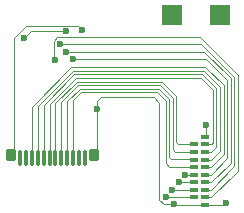
<source format=gbr>
%TF.GenerationSoftware,KiCad,Pcbnew,9.0.1*%
%TF.CreationDate,2025-07-04T13:50:07+02:00*%
%TF.ProjectId,USB_18pinOmnetics_bend,5553425f-3138-4706-996e-4f6d6e657469,rev?*%
%TF.SameCoordinates,Original*%
%TF.FileFunction,Copper,L1,Top*%
%TF.FilePolarity,Positive*%
%FSLAX46Y46*%
G04 Gerber Fmt 4.6, Leading zero omitted, Abs format (unit mm)*
G04 Created by KiCad (PCBNEW 9.0.1) date 2025-07-04 13:50:07*
%MOMM*%
%LPD*%
G01*
G04 APERTURE LIST*
G04 Aperture macros list*
%AMRoundRect*
0 Rectangle with rounded corners*
0 $1 Rounding radius*
0 $2 $3 $4 $5 $6 $7 $8 $9 X,Y pos of 4 corners*
0 Add a 4 corners polygon primitive as box body*
4,1,4,$2,$3,$4,$5,$6,$7,$8,$9,$2,$3,0*
0 Add four circle primitives for the rounded corners*
1,1,$1+$1,$2,$3*
1,1,$1+$1,$4,$5*
1,1,$1+$1,$6,$7*
1,1,$1+$1,$8,$9*
0 Add four rect primitives between the rounded corners*
20,1,$1+$1,$2,$3,$4,$5,0*
20,1,$1+$1,$4,$5,$6,$7,0*
20,1,$1+$1,$6,$7,$8,$9,0*
20,1,$1+$1,$8,$9,$2,$3,0*%
G04 Aperture macros list end*
%TA.AperFunction,SMDPad,CuDef*%
%ADD10R,0.760000X0.380000*%
%TD*%
%TA.AperFunction,SMDPad,CuDef*%
%ADD11RoundRect,0.050000X-0.115000X-0.625000X0.115000X-0.625000X0.115000X0.625000X-0.115000X0.625000X0*%
%TD*%
%TA.AperFunction,SMDPad,CuDef*%
%ADD12RoundRect,0.120000X0.280000X0.415000X-0.280000X0.415000X-0.280000X-0.415000X0.280000X-0.415000X0*%
%TD*%
%TA.AperFunction,SMDPad,CuDef*%
%ADD13RoundRect,0.120000X-0.280000X-0.415000X0.280000X-0.415000X0.280000X0.415000X-0.280000X0.415000X0*%
%TD*%
%TA.AperFunction,ComponentPad*%
%ADD14R,1.700000X1.700000*%
%TD*%
%TA.AperFunction,ViaPad*%
%ADD15C,0.600000*%
%TD*%
%TA.AperFunction,Conductor*%
%ADD16C,0.100000*%
%TD*%
G04 APERTURE END LIST*
D10*
%TO.P,J1,0,0*%
%TO.N,Net-(J1-Pad0)*%
X148000000Y-104040000D03*
%TO.P,J1,1,1*%
%TO.N,Net-(J1-Pad1)*%
X148000000Y-103400000D03*
%TO.P,J1,2,2*%
%TO.N,Net-(J1-Pad2)*%
X148000000Y-102760000D03*
%TO.P,J1,3,3*%
%TO.N,Net-(J1-Pad3)*%
X148000000Y-102120000D03*
%TO.P,J1,4,4*%
%TO.N,Net-(J1-Pad4)*%
X147060000Y-102120000D03*
%TO.P,J1,5,5*%
%TO.N,Net-(J1-Pad5)*%
X147060000Y-102760000D03*
%TO.P,J1,6,6*%
%TO.N,Net-(J1-Pad6)*%
X147060000Y-103400000D03*
%TO.P,J1,7,7*%
%TO.N,Net-(J1-Pad7)*%
X147060000Y-104040000D03*
%TO.P,J1,8,8*%
%TO.N,Net-(J1-Pad8)*%
X147060000Y-104680000D03*
%TO.P,J1,9,9*%
%TO.N,Net-(J1-Pad9)*%
X147060000Y-105320000D03*
%TO.P,J1,10,10*%
%TO.N,Net-(J1-Pad10)*%
X147060000Y-105960000D03*
%TO.P,J1,11,11*%
%TO.N,Net-(J1-Pad11)*%
X147060000Y-106600000D03*
%TO.P,J1,12,12*%
%TO.N,Net-(J1-Pad12)*%
X148000000Y-106600000D03*
%TO.P,J1,13,13*%
%TO.N,Net-(J1-Pad13)*%
X148000000Y-105960000D03*
%TO.P,J1,14,14*%
%TO.N,Net-(J1-Pad14)*%
X148000000Y-105320000D03*
%TO.P,J1,15,15*%
%TO.N,Net-(J1-Pad15)*%
X148000000Y-104680000D03*
%TO.P,J1,16,16*%
%TO.N,GND*%
X148000000Y-107240000D03*
%TO.P,J1,17,17*%
X148000000Y-101480000D03*
%TD*%
D11*
%TO.P,U1,0,0*%
%TO.N,unconnected-(U1-Pad0)*%
X132300000Y-103300000D03*
%TO.P,U1,1,1*%
%TO.N,unconnected-(U1-Pad1)*%
X132800000Y-103300000D03*
%TO.P,U1,2,2*%
%TO.N,Net-(J1-Pad0)*%
X133300000Y-103300000D03*
%TO.P,U1,3,3*%
%TO.N,Net-(J1-Pad1)*%
X133800000Y-103300000D03*
%TO.P,U1,4,4*%
%TO.N,Net-(J1-Pad2)*%
X134300000Y-103300000D03*
%TO.P,U1,5,5*%
%TO.N,Net-(J1-Pad3)*%
X134800000Y-103300000D03*
%TO.P,U1,6,6*%
%TO.N,Net-(J1-Pad4)*%
X135300000Y-103300000D03*
%TO.P,U1,7,7*%
%TO.N,Net-(J1-Pad5)*%
X135800000Y-103300000D03*
%TO.P,U1,8,8*%
%TO.N,Net-(J1-Pad6)*%
X136300000Y-103300000D03*
%TO.P,U1,9,9*%
%TO.N,Net-(J1-Pad7)*%
X136800000Y-103300000D03*
%TO.P,U1,10,10*%
%TO.N,unconnected-(U1-Pad10)*%
X137300000Y-103300000D03*
%TO.P,U1,11,11*%
%TO.N,unconnected-(U1-Pad11)*%
X137800000Y-103300000D03*
D12*
%TO.P,U1,24,24*%
%TO.N,GND*%
X131500000Y-102990000D03*
D13*
%TO.P,U1,25,25*%
X138600000Y-102990000D03*
%TD*%
D14*
%TO.P,J4,1,Pin_1*%
%TO.N,GND*%
X145200000Y-91200000D03*
%TD*%
%TO.P,J3,1,Pin_1*%
%TO.N,GND*%
X149200000Y-91200000D03*
%TD*%
D15*
%TO.N,GND*%
X132600000Y-93100000D03*
X136200000Y-92499000D03*
X137575707Y-92424293D03*
X138805500Y-99100000D03*
X145300000Y-107200000D03*
X148035000Y-100510000D03*
X149735000Y-107110000D03*
%TO.N,Net-(J1-Pad8)*%
X146285000Y-104710000D03*
%TO.N,Net-(J1-Pad9)*%
X145735000Y-105294933D03*
%TO.N,Net-(J1-Pad10)*%
X145185000Y-106010000D03*
%TO.N,Net-(J1-Pad11)*%
X144635000Y-106590949D03*
%TO.N,Net-(J1-Pad12)*%
X135250000Y-95000000D03*
%TO.N,Net-(J1-Pad13)*%
X135700000Y-93600000D03*
%TO.N,Net-(J1-Pad14)*%
X136200000Y-94300000D03*
%TO.N,Net-(J1-Pad15)*%
X136800000Y-94900000D03*
%TD*%
D16*
%TO.N,GND*%
X131800000Y-93100000D02*
X131800000Y-103300000D01*
X132800000Y-92100000D02*
X131800000Y-93100000D01*
X137251414Y-92100000D02*
X132800000Y-92100000D01*
X137575707Y-92424293D02*
X137251414Y-92100000D01*
X133201000Y-92499000D02*
X132600000Y-93100000D01*
X136200000Y-92499000D02*
X133201000Y-92499000D01*
X138805500Y-102794500D02*
X138300000Y-103300000D01*
X138805500Y-99100000D02*
X138805500Y-102794500D01*
X144464819Y-107200000D02*
X145300000Y-107200000D01*
X138805500Y-98449768D02*
X139155268Y-98100000D01*
X143604232Y-98100000D02*
X144084000Y-98579768D01*
X138805500Y-99100000D02*
X138805500Y-98449768D01*
X144084000Y-98579768D02*
X144084000Y-106819181D01*
X139155268Y-98100000D02*
X143604232Y-98100000D01*
X144084000Y-106819181D02*
X144464819Y-107200000D01*
X145340000Y-107240000D02*
X148000000Y-107240000D01*
X145300000Y-107200000D02*
X145340000Y-107240000D01*
%TO.N,Net-(J1-Pad12)*%
X150738000Y-96286644D02*
X150738000Y-97300000D01*
X135471768Y-93049000D02*
X147500356Y-93049000D01*
X135149000Y-93371768D02*
X135471768Y-93049000D01*
X135149000Y-94899000D02*
X135149000Y-93371768D01*
X147500356Y-93049000D02*
X150738000Y-96286644D01*
X135250000Y-95000000D02*
X135149000Y-94899000D01*
%TO.N,GND*%
X138300000Y-103300000D02*
X138808500Y-102791500D01*
%TO.N,Net-(J1-Pad13)*%
X148432000Y-105960000D02*
X148000000Y-105960000D01*
X150437000Y-103955000D02*
X148432000Y-105960000D01*
X150437000Y-96411322D02*
X150437000Y-103955000D01*
X147625678Y-93600000D02*
X150437000Y-96411322D01*
X135700000Y-93600000D02*
X147625678Y-93600000D01*
%TO.N,Net-(J1-Pad14)*%
X148480000Y-105320000D02*
X148000000Y-105320000D01*
X150136000Y-103664000D02*
X148480000Y-105320000D01*
X150136000Y-96536000D02*
X150136000Y-103664000D01*
X136200000Y-94300000D02*
X147900000Y-94300000D01*
X147900000Y-94300000D02*
X150136000Y-96536000D01*
%TO.N,Net-(J1-Pad15)*%
X148432000Y-104680000D02*
X148000000Y-104680000D01*
X149835000Y-96686322D02*
X149835000Y-103277000D01*
X149835000Y-103277000D02*
X148432000Y-104680000D01*
X148048678Y-94900000D02*
X149835000Y-96686322D01*
X136800000Y-94900000D02*
X148048678Y-94900000D01*
%TO.N,Net-(J1-Pad0)*%
X149534000Y-102938000D02*
X148432000Y-104040000D01*
X147999034Y-95593000D02*
X149534000Y-97127966D01*
X136627254Y-95593000D02*
X147999034Y-95593000D01*
X148432000Y-104040000D02*
X148000000Y-104040000D01*
X133300000Y-98920254D02*
X136627254Y-95593000D01*
X149534000Y-97127966D02*
X149534000Y-102938000D01*
X133300000Y-103300000D02*
X133300000Y-98920254D01*
%TO.N,Net-(J1-Pad1)*%
X148480000Y-103400000D02*
X148000000Y-103400000D01*
X136751932Y-95894000D02*
X147874356Y-95894000D01*
X133800000Y-98845932D02*
X136751932Y-95894000D01*
X149233000Y-102647000D02*
X148480000Y-103400000D01*
X133800000Y-103300000D02*
X133800000Y-98845932D01*
X147874356Y-95894000D02*
X149233000Y-97252644D01*
X149233000Y-97252644D02*
X149233000Y-102647000D01*
%TO.N,Net-(J1-Pad2)*%
X148480000Y-102760000D02*
X148000000Y-102760000D01*
X148932000Y-102308000D02*
X148480000Y-102760000D01*
X147749678Y-96195000D02*
X148932000Y-97377322D01*
X148932000Y-97377322D02*
X148932000Y-102308000D01*
X134300000Y-98771610D02*
X136876610Y-96195000D01*
X134300000Y-103300000D02*
X134300000Y-98771610D01*
X136876610Y-96195000D02*
X147749678Y-96195000D01*
%TO.N,Net-(J1-Pad3)*%
X148480000Y-102120000D02*
X148000000Y-102120000D01*
X148631000Y-97502000D02*
X148631000Y-101969000D01*
X148631000Y-101969000D02*
X148480000Y-102120000D01*
X147625000Y-96496000D02*
X148631000Y-97502000D01*
X137001288Y-96496000D02*
X147625000Y-96496000D01*
X134800000Y-98697288D02*
X137001288Y-96496000D01*
X134800000Y-103300000D02*
X134800000Y-98697288D01*
%TO.N,Net-(J1-Pad4)*%
X147030000Y-102090000D02*
X147060000Y-102120000D01*
X145538000Y-101913000D02*
X145715000Y-102090000D01*
X145538000Y-98035966D02*
X145538000Y-101913000D01*
X137125966Y-96797000D02*
X144299034Y-96797000D01*
X145715000Y-102090000D02*
X147030000Y-102090000D01*
X135300000Y-98622966D02*
X137125966Y-96797000D01*
X144299034Y-96797000D02*
X145538000Y-98035966D01*
X135300000Y-103300000D02*
X135300000Y-98622966D01*
%TO.N,Net-(J1-Pad5)*%
X147030000Y-102730000D02*
X147060000Y-102760000D01*
X144174356Y-97098000D02*
X145237000Y-98160644D01*
X137250644Y-97098000D02*
X144174356Y-97098000D01*
X135800000Y-98548644D02*
X137250644Y-97098000D01*
X145237000Y-98160644D02*
X145237000Y-102512000D01*
X145237000Y-102512000D02*
X145455000Y-102730000D01*
X135800000Y-103300000D02*
X135800000Y-98548644D01*
X145455000Y-102730000D02*
X147030000Y-102730000D01*
%TO.N,Net-(J1-Pad6)*%
X147030000Y-103370000D02*
X147060000Y-103400000D01*
X144049678Y-97399000D02*
X144936000Y-98285322D01*
X137375322Y-97399000D02*
X144049678Y-97399000D01*
X136300000Y-98474322D02*
X137375322Y-97399000D01*
X144936000Y-98285322D02*
X144936000Y-103211000D01*
X145095000Y-103370000D02*
X147030000Y-103370000D01*
X136300000Y-103300000D02*
X136300000Y-98474322D01*
X144936000Y-103211000D02*
X145095000Y-103370000D01*
%TO.N,Net-(J1-Pad7)*%
X144935000Y-104010000D02*
X147030000Y-104010000D01*
X144635000Y-103710000D02*
X144935000Y-104010000D01*
X137500000Y-97700000D02*
X143925000Y-97700000D01*
X143925000Y-97700000D02*
X144635000Y-98410000D01*
X147030000Y-104010000D02*
X147060000Y-104040000D01*
X136800000Y-98400000D02*
X137500000Y-97700000D01*
X144635000Y-98410000D02*
X144635000Y-103710000D01*
X136800000Y-103300000D02*
X136800000Y-98400000D01*
%TO.N,GND*%
X148035000Y-101445000D02*
X148000000Y-101480000D01*
X148035000Y-100510000D02*
X148035000Y-101445000D01*
X149605000Y-107240000D02*
X149735000Y-107110000D01*
X148000000Y-107240000D02*
X149605000Y-107240000D01*
%TO.N,Net-(J1-Pad11)*%
X144644051Y-106600000D02*
X147060000Y-106600000D01*
X144635000Y-106590949D02*
X144644051Y-106600000D01*
%TO.N,Net-(J1-Pad10)*%
X145235000Y-105960000D02*
X147060000Y-105960000D01*
X145185000Y-106010000D02*
X145235000Y-105960000D01*
%TO.N,Net-(J1-Pad9)*%
X145760067Y-105320000D02*
X147060000Y-105320000D01*
X145735000Y-105294933D02*
X145760067Y-105320000D01*
%TO.N,Net-(J1-Pad8)*%
X147030000Y-104710000D02*
X147060000Y-104680000D01*
X146285000Y-104710000D02*
X147030000Y-104710000D01*
%TO.N,Net-(J1-Pad12)*%
X150738000Y-96561644D02*
X150738000Y-104342000D01*
X150738000Y-104342000D02*
X148480000Y-106600000D01*
X148480000Y-106600000D02*
X148000000Y-106600000D01*
%TO.N,Net-(J1-Pad10)*%
X145185000Y-106010000D02*
X145265000Y-105930000D01*
%TD*%
M02*

</source>
